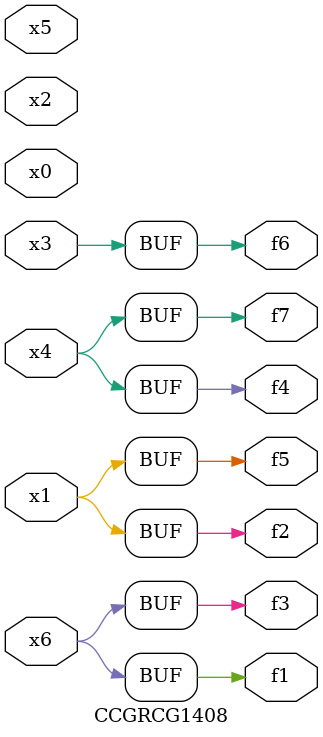
<source format=v>
module CCGRCG1408(
	input x0, x1, x2, x3, x4, x5, x6,
	output f1, f2, f3, f4, f5, f6, f7
);
	assign f1 = x6;
	assign f2 = x1;
	assign f3 = x6;
	assign f4 = x4;
	assign f5 = x1;
	assign f6 = x3;
	assign f7 = x4;
endmodule

</source>
